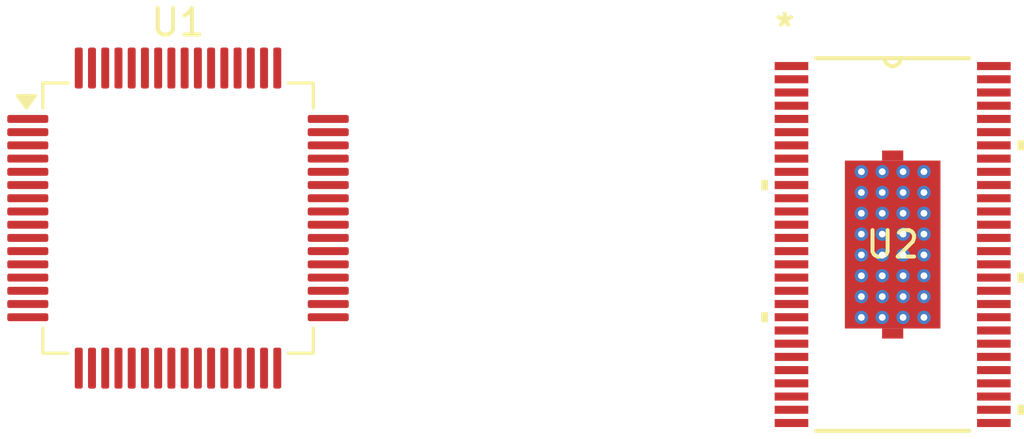
<source format=kicad_pcb>
(kicad_pcb (version 20240108) (generator "pcbnew") (generator_version "8.0")
  (layers (0 "F.Cu" signal) (31 "B.Cu" signal) (34 "B.Paste" user) (35 "F.Paste" user) (36 "B.SilkS" user "B.Silkscreen") (37 "F.SilkS" user "F.Silkscreen") (38 "B.Mask" user) (39 "F.Mask" user) (44 "Edge.Cuts" user))
  (net 0 "")
  (net 4 "+3.3V")
  (net 9 "GND")
  (footprint "DRV8301DCA:DCA56_6P35X3P61" (layer "F.Cu") (at 162.3227 77.750014)
    (property "Reference" "U2" (at 0 0 0) (layer "F.SilkS"))
    (property "Value" "DRV8301DCA")
    (fp_poly (pts (xy -0.4 -3.175) (xy -0.4 -3.555) (xy 0.4 -3.555) (xy 0.4 -3.175)) (fill solid) (layer "F.Cu"))
    (fp_poly (pts (xy -0.4 3.175) (xy -0.4 3.555) (xy 0.4 3.555) (xy 0.4 3.175)) (fill solid) (layer "F.Cu"))
    (fp_line (start -2.888757 7.0485) (end 2.888757 7.0485) (stroke (width 0.1524)) (layer "F.SilkS"))
    (fp_line (start 2.888757 -7.0485) (end -2.888757 -7.0485) (stroke (width 0.1524)) (layer "F.SilkS"))
    (fp_arc (start 0.3048 -7.0485) (mid 0 -6.7437) (end -0.3048 -7.0485) (stroke (width 0.1524)) (layer "F.SilkS"))
    (fp_poly (pts (xy -4.9657 -2.440496) (xy -4.9657 -2.059495) (xy -4.7117 -2.059495) (xy -4.7117 -2.440496)) (fill solid) (layer "F.SilkS"))
    (fp_poly (pts (xy -4.9657 2.559494) (xy -4.9657 2.940494) (xy -4.7117 2.940494) (xy -4.7117 2.559494)) (fill solid) (layer "F.SilkS"))
    (fp_poly (pts (xy 4.9657 -3.940492) (xy 4.9657 -3.559492) (xy 4.7117 -3.559492) (xy 4.7117 -3.940492)) (fill solid) (layer "F.SilkS"))
    (fp_poly (pts (xy 4.9657 1.059498) (xy 4.9657 1.440498) (xy 4.7117 1.440498) (xy 4.7117 1.059498)) (fill solid) (layer "F.SilkS"))
    (fp_poly (pts (xy 4.9657 6.059487) (xy 4.9657 6.440488) (xy 4.7117 6.440488) (xy 4.7117 6.059487)) (fill solid) (layer "F.SilkS"))
    (fp_text user "*" (at -4.0767 -8.197786 0) (layer "F.SilkS"))
    (fp_text user "*" (at -4.0767 -8.197786 0) (layer "F.SilkS"))
    (pad "1" smd rect (at -3.8227 -6.749986) (size 1.27 0.3048) (layers "F.Cu" "F.Paste" "F.Mask"))
    (pad "2" smd rect (at -3.8227 -6.249988) (size 1.27 0.3048) (layers "F.Cu" "F.Paste" "F.Mask"))
    (pad "3" smd rect (at -3.8227 -5.749988) (size 1.27 0.3048) (layers "F.Cu" "F.Paste" "F.Mask"))
    (pad "4" smd rect (at -3.8227 -5.24999) (size 1.27 0.3048) (layers "F.Cu" "F.Paste" "F.Mask"))
    (pad "5" smd rect (at -3.8227 -4.74999) (size 1.27 0.3048) (layers "F.Cu" "F.Paste" "F.Mask"))
    (pad "6" smd rect (at -3.8227 -4.249991) (size 1.27 0.3048) (layers "F.Cu" "F.Paste" "F.Mask"))
    (pad "7" smd rect (at -3.8227 -3.749992) (size 1.27 0.3048) (layers "F.Cu" "F.Paste" "F.Mask"))
    (pad "8" smd rect (at -3.8227 -3.249994) (size 1.27 0.3048) (layers "F.Cu" "F.Paste" "F.Mask"))
    (pad "9" smd rect (at -3.8227 -2.749994) (size 1.27 0.3048) (layers "F.Cu" "F.Paste" "F.Mask"))
    (pad "10" smd rect (at -3.8227 -2.249996) (size 1.27 0.3048) (layers "F.Cu" "F.Paste" "F.Mask"))
    (pad "11" smd rect (at -3.8227 -1.749996) (size 1.27 0.3048) (layers "F.Cu" "F.Paste" "F.Mask"))
    (pad "12" smd rect (at -3.8227 -1.249997) (size 1.27 0.3048) (layers "F.Cu" "F.Paste" "F.Mask"))
    (pad "13" smd rect (at -3.8227 -0.749998) (size 1.27 0.3048) (layers "F.Cu" "F.Paste" "F.Mask"))
    (pad "14" smd rect (at -3.8227 -0.25) (size 1.27 0.3048) (layers "F.Cu" "F.Paste" "F.Mask"))
    (pad "15" smd rect (at -3.8227 0.25) (size 1.27 0.3048) (layers "F.Cu" "F.Paste" "F.Mask"))
    (pad "16" smd rect (at -3.8227 0.749998) (size 1.27 0.3048) (layers "F.Cu" "F.Paste" "F.Mask"))
    (pad "17" smd rect (at -3.8227 1.249997) (size 1.27 0.3048) (layers "F.Cu" "F.Paste" "F.Mask"))
    (pad "18" smd rect (at -3.8227 1.749996) (size 1.27 0.3048) (layers "F.Cu" "F.Paste" "F.Mask"))
    (pad "19" smd rect (at -3.8227 2.249996) (size 1.27 0.3048) (layers "F.Cu" "F.Paste" "F.Mask"))
    (pad "20" smd rect (at -3.8227 2.749994) (size 1.27 0.3048) (layers "F.Cu" "F.Paste" "F.Mask"))
    (pad "21" smd rect (at -3.8227 3.249994) (size 1.27 0.3048) (layers "F.Cu" "F.Paste" "F.Mask"))
    (pad "22" smd rect (at -3.8227 3.749992) (size 1.27 0.3048) (layers "F.Cu" "F.Paste" "F.Mask"))
    (pad "23" smd rect (at -3.8227 4.249991) (size 1.27 0.3048) (layers "F.Cu" "F.Paste" "F.Mask"))
    (pad "24" smd rect (at -3.8227 4.74999) (size 1.27 0.3048) (layers "F.Cu" "F.Paste" "F.Mask"))
    (pad "25" smd rect (at -3.8227 5.24999) (size 1.27 0.3048) (layers "F.Cu" "F.Paste" "F.Mask"))
    (pad "26" smd rect (at -3.8227 5.749988) (size 1.27 0.3048) (layers "F.Cu" "F.Paste" "F.Mask"))
    (pad "27" smd rect (at -3.8227 6.249988) (size 1.27 0.3048) (layers "F.Cu" "F.Paste" "F.Mask"))
    (pad "28" smd rect (at -3.8227 6.749986) (size 1.27 0.3048) (layers "F.Cu" "F.Paste" "F.Mask"))
    (pad "29" smd rect (at 3.8227 6.749986) (size 1.27 0.3048) (layers "F.Cu" "F.Paste" "F.Mask"))
    (pad "30" smd rect (at 3.8227 6.249988) (size 1.27 0.3048) (layers "F.Cu" "F.Paste" "F.Mask"))
    (pad "31" smd rect (at 3.8227 5.749988) (size 1.27 0.3048) (layers "F.Cu" "F.Paste" "F.Mask"))
    (pad "32" smd rect (at 3.8227 5.24999) (size 1.27 0.3048) (layers "F.Cu" "F.Paste" "F.Mask"))
    (pad "33" smd rect (at 3.8227 4.74999) (size 1.27 0.3048) (layers "F.Cu" "F.Paste" "F.Mask"))
    (pad "34" smd rect (at 3.8227 4.249991) (size 1.27 0.3048) (layers "F.Cu" "F.Paste" "F.Mask"))
    (pad "35" smd rect (at 3.8227 3.749992) (size 1.27 0.3048) (layers "F.Cu" "F.Paste" "F.Mask"))
    (pad "36" smd rect (at 3.8227 3.249994) (size 1.27 0.3048) (layers "F.Cu" "F.Paste" "F.Mask"))
    (pad "37" smd rect (at 3.8227 2.749994) (size 1.27 0.3048) (layers "F.Cu" "F.Paste" "F.Mask"))
    (pad "38" smd rect (at 3.8227 2.249996) (size 1.27 0.3048) (layers "F.Cu" "F.Paste" "F.Mask"))
    (pad "39" smd rect (at 3.8227 1.749996) (size 1.27 0.3048) (layers "F.Cu" "F.Paste" "F.Mask"))
    (pad "40" smd rect (at 3.8227 1.249997) (size 1.27 0.3048) (layers "F.Cu" "F.Paste" "F.Mask"))
    (pad "41" smd rect (at 3.8227 0.749998) (size 1.27 0.3048) (layers "F.Cu" "F.Paste" "F.Mask"))
    (pad "42" smd rect (at 3.8227 0.25) (size 1.27 0.3048) (layers "F.Cu" "F.Paste" "F.Mask"))
    (pad "43" smd rect (at 3.8227 -0.25) (size 1.27 0.3048) (layers "F.Cu" "F.Paste" "F.Mask"))
    (pad "44" smd rect (at 3.8227 -0.749998) (size 1.27 0.3048) (layers "F.Cu" "F.Paste" "F.Mask"))
    (pad "45" smd rect (at 3.8227 -1.249997) (size 1.27 0.3048) (layers "F.Cu" "F.Paste" "F.Mask"))
    (pad "46" smd rect (at 3.8227 -1.749996) (size 1.27 0.3048) (layers "F.Cu" "F.Paste" "F.Mask"))
    (pad "47" smd rect (at 3.8227 -2.249996) (size 1.27 0.3048) (layers "F.Cu" "F.Paste" "F.Mask"))
    (pad "48" smd rect (at 3.8227 -2.749994) (size 1.27 0.3048) (layers "F.Cu" "F.Paste" "F.Mask"))
    (pad "49" smd rect (at 3.8227 -3.249994) (size 1.27 0.3048) (layers "F.Cu" "F.Paste" "F.Mask"))
    (pad "50" smd rect (at 3.8227 -3.749992) (size 1.27 0.3048) (layers "F.Cu" "F.Paste" "F.Mask"))
    (pad "51" smd rect (at 3.8227 -4.249991) (size 1.27 0.3048) (layers "F.Cu" "F.Paste" "F.Mask"))
    (pad "52" smd rect (at 3.8227 -4.74999) (size 1.27 0.3048) (layers "F.Cu" "F.Paste" "F.Mask"))
    (pad "53" smd rect (at 3.8227 -5.24999) (size 1.27 0.3048) (layers "F.Cu" "F.Paste" "F.Mask"))
    (pad "54" smd rect (at 3.8227 -5.749988) (size 1.27 0.3048) (layers "F.Cu" "F.Paste" "F.Mask"))
    (pad "55" smd rect (at 3.8227 -6.249988) (size 1.27 0.3048) (layers "F.Cu" "F.Paste" "F.Mask"))
    (pad "56" smd rect (at 3.8227 -6.749986) (size 1.27 0.3048) (layers "F.Cu" "F.Paste" "F.Mask"))
    (pad "57" smd rect (at 0 0) (size 3.610001 6.35) (layers "F.Cu" "F.Paste"))
    (pad "V" thru_hole circle (at -1.1811 -2.7559) (size 0.508 0.508) (drill 0.254) (layers "*.Cu" "*.Mask"))
    (pad "V" thru_hole circle (at -1.1811 -1.9685) (size 0.508 0.508) (drill 0.254) (layers "*.Cu" "*.Mask"))
    (pad "V" thru_hole circle (at -1.1811 -1.1811) (size 0.508 0.508) (drill 0.254) (layers "*.Cu" "*.Mask"))
    (pad "V" thru_hole circle (at -1.1811 -0.3937) (size 0.508 0.508) (drill 0.254) (layers "*.Cu" "*.Mask"))
    (pad "V" thru_hole circle (at -1.1811 0.3937) (size 0.508 0.508) (drill 0.254) (layers "*.Cu" "*.Mask"))
    (pad "V" thru_hole circle (at -1.1811 1.1811) (size 0.508 0.508) (drill 0.254) (layers "*.Cu" "*.Mask"))
    (pad "V" thru_hole circle (at -1.1811 1.9685) (size 0.508 0.508) (drill 0.254) (layers "*.Cu" "*.Mask"))
    (pad "V" thru_hole circle (at -1.1811 2.7559) (size 0.508 0.508) (drill 0.254) (layers "*.Cu" "*.Mask"))
    (pad "V" thru_hole circle (at -0.3937 -2.7559) (size 0.508 0.508) (drill 0.254) (layers "*.Cu" "*.Mask"))
    (pad "V" thru_hole circle (at -0.3937 -1.9685) (size 0.508 0.508) (drill 0.254) (layers "*.Cu" "*.Mask"))
    (pad "V" thru_hole circle (at -0.3937 -1.1811) (size 0.508 0.508) (drill 0.254) (layers "*.Cu" "*.Mask"))
    (pad "V" thru_hole circle (at -0.3937 -0.3937) (size 0.508 0.508) (drill 0.254) (layers "*.Cu" "*.Mask"))
    (pad "V" thru_hole circle (at -0.3937 0.3937) (size 0.508 0.508) (drill 0.254) (layers "*.Cu" "*.Mask"))
    (pad "V" thru_hole circle (at -0.3937 1.1811) (size 0.508 0.508) (drill 0.254) (layers "*.Cu" "*.Mask"))
    (pad "V" thru_hole circle (at -0.3937 1.9685) (size 0.508 0.508) (drill 0.254) (layers "*.Cu" "*.Mask"))
    (pad "V" thru_hole circle (at -0.3937 2.7559) (size 0.508 0.508) (drill 0.254) (layers "*.Cu" "*.Mask"))
    (pad "V" thru_hole circle (at 0.3937 -2.7559) (size 0.508 0.508) (drill 0.254) (layers "*.Cu" "*.Mask"))
    (pad "V" thru_hole circle (at 0.3937 -1.9685) (size 0.508 0.508) (drill 0.254) (layers "*.Cu" "*.Mask"))
    (pad "V" thru_hole circle (at 0.3937 -1.1811) (size 0.508 0.508) (drill 0.254) (layers "*.Cu" "*.Mask"))
    (pad "V" thru_hole circle (at 0.3937 -0.3937) (size 0.508 0.508) (drill 0.254) (layers "*.Cu" "*.Mask"))
    (pad "V" thru_hole circle (at 0.3937 0.3937) (size 0.508 0.508) (drill 0.254) (layers "*.Cu" "*.Mask"))
    (pad "V" thru_hole circle (at 0.3937 1.1811) (size 0.508 0.508) (drill 0.254) (layers "*.Cu" "*.Mask"))
    (pad "V" thru_hole circle (at 0.3937 1.9685) (size 0.508 0.508) (drill 0.254) (layers "*.Cu" "*.Mask"))
    (pad "V" thru_hole circle (at 0.3937 2.7559) (size 0.508 0.508) (drill 0.254) (layers "*.Cu" "*.Mask"))
    (pad "V" thru_hole circle (at 1.1811 -2.7559) (size 0.508 0.508) (drill 0.254) (layers "*.Cu" "*.Mask"))
    (pad "V" thru_hole circle (at 1.1811 -1.9685) (size 0.508 0.508) (drill 0.254) (layers "*.Cu" "*.Mask"))
    (pad "V" thru_hole circle (at 1.1811 -1.1811) (size 0.508 0.508) (drill 0.254) (layers "*.Cu" "*.Mask"))
    (pad "V" thru_hole circle (at 1.1811 -0.3937) (size 0.508 0.508) (drill 0.254) (layers "*.Cu" "*.Mask"))
    (pad "V" thru_hole circle (at 1.1811 0.3937) (size 0.508 0.508) (drill 0.254) (layers "*.Cu" "*.Mask"))
    (pad "V" thru_hole circle (at 1.1811 1.1811) (size 0.508 0.508) (drill 0.254) (layers "*.Cu" "*.Mask"))
    (pad "V" thru_hole circle (at 1.1811 1.9685) (size 0.508 0.508) (drill 0.254) (layers "*.Cu" "*.Mask"))
    (pad "V" thru_hole circle (at 1.1811 2.7559) (size 0.508 0.508) (drill 0.254) (layers "*.Cu" "*.Mask"))
  )
  (footprint "Package_QFP:LQFP-64_10x10mm_P0.5mm" (layer "F.Cu") (at 135.325 76.75)
    (property "Reference" "U1" (at 0 -7.4 0) (layer "F.SilkS"))
    (property "Value" "STM32F401RETx")
    (fp_line (start -5.11 -5.11) (end -5.11 -4.16) (stroke (width 0.12)) (layer "F.SilkS"))
    (fp_line (start -5.11 5.11) (end -5.11 4.16) (stroke (width 0.12)) (layer "F.SilkS"))
    (fp_line (start -4.16 -5.11) (end -5.11 -5.11) (stroke (width 0.12)) (layer "F.SilkS"))
    (fp_line (start -4.16 5.11) (end -5.11 5.11) (stroke (width 0.12)) (layer "F.SilkS"))
    (fp_line (start 4.16 -5.11) (end 5.11 -5.11) (stroke (width 0.12)) (layer "F.SilkS"))
    (fp_line (start 4.16 5.11) (end 5.11 5.11) (stroke (width 0.12)) (layer "F.SilkS"))
    (fp_line (start 5.11 -5.11) (end 5.11 -4.16) (stroke (width 0.12)) (layer "F.SilkS"))
    (fp_line (start 5.11 5.11) (end 5.11 4.16) (stroke (width 0.12)) (layer "F.SilkS"))
    (fp_poly (pts (xy -5.725 -4.16) (xy -6.065 -4.63) (xy -5.385 -4.63) (xy -5.725 -4.16)) (stroke (width 0.12)) (fill solid) (layer "F.SilkS"))
    (pad "1" smd roundrect (at -5.675 -3.75) (size 1.55 0.3) (layers "F.Cu" "F.Paste" "F.Mask") (net 4 "+3.3V"))
    (pad "2" smd roundrect (at -5.675 -3.25) (size 1.55 0.3) (layers "F.Cu" "F.Paste" "F.Mask"))
    (pad "3" smd roundrect (at -5.675 -2.75) (size 1.55 0.3) (layers "F.Cu" "F.Paste" "F.Mask"))
    (pad "4" smd roundrect (at -5.675 -2.25) (size 1.55 0.3) (layers "F.Cu" "F.Paste" "F.Mask"))
    (pad "5" smd roundrect (at -5.675 -1.75) (size 1.55 0.3) (layers "F.Cu" "F.Paste" "F.Mask"))
    (pad "6" smd roundrect (at -5.675 -1.25) (size 1.55 0.3) (layers "F.Cu" "F.Paste" "F.Mask"))
    (pad "7" smd roundrect (at -5.675 -0.75) (size 1.55 0.3) (layers "F.Cu" "F.Paste" "F.Mask"))
    (pad "8" smd roundrect (at -5.675 -0.25) (size 1.55 0.3) (layers "F.Cu" "F.Paste" "F.Mask"))
    (pad "9" smd roundrect (at -5.675 0.25) (size 1.55 0.3) (layers "F.Cu" "F.Paste" "F.Mask"))
    (pad "10" smd roundrect (at -5.675 0.75) (size 1.55 0.3) (layers "F.Cu" "F.Paste" "F.Mask"))
    (pad "11" smd roundrect (at -5.675 1.25) (size 1.55 0.3) (layers "F.Cu" "F.Paste" "F.Mask"))
    (pad "12" smd roundrect (at -5.675 1.75) (size 1.55 0.3) (layers "F.Cu" "F.Paste" "F.Mask") (net 9 "GND"))
    (pad "13" smd roundrect (at -5.675 2.25) (size 1.55 0.3) (layers "F.Cu" "F.Paste" "F.Mask"))
    (pad "14" smd roundrect (at -5.675 2.75) (size 1.55 0.3) (layers "F.Cu" "F.Paste" "F.Mask"))
    (pad "15" smd roundrect (at -5.675 3.25) (size 1.55 0.3) (layers "F.Cu" "F.Paste" "F.Mask"))
    (pad "16" smd roundrect (at -5.675 3.75) (size 1.55 0.3) (layers "F.Cu" "F.Paste" "F.Mask"))
    (pad "17" smd roundrect (at -3.75 5.675) (size 0.3 1.55) (layers "F.Cu" "F.Paste" "F.Mask"))
    (pad "18" smd roundrect (at -3.25 5.675) (size 0.3 1.55) (layers "F.Cu" "F.Paste" "F.Mask") (net 9 "GND"))
    (pad "19" smd roundrect (at -2.75 5.675) (size 0.3 1.55) (layers "F.Cu" "F.Paste" "F.Mask") (net 4 "+3.3V"))
    (pad "20" smd roundrect (at -2.25 5.675) (size 0.3 1.55) (layers "F.Cu" "F.Paste" "F.Mask"))
    (pad "21" smd roundrect (at -1.75 5.675) (size 0.3 1.55) (layers "F.Cu" "F.Paste" "F.Mask"))
    (pad "22" smd roundrect (at -1.25 5.675) (size 0.3 1.55) (layers "F.Cu" "F.Paste" "F.Mask"))
    (pad "23" smd roundrect (at -0.75 5.675) (size 0.3 1.55) (layers "F.Cu" "F.Paste" "F.Mask"))
    (pad "24" smd roundrect (at -0.25 5.675) (size 0.3 1.55) (layers "F.Cu" "F.Paste" "F.Mask"))
    (pad "25" smd roundrect (at 0.25 5.675) (size 0.3 1.55) (layers "F.Cu" "F.Paste" "F.Mask"))
    (pad "26" smd roundrect (at 0.75 5.675) (size 0.3 1.55) (layers "F.Cu" "F.Paste" "F.Mask"))
    (pad "27" smd roundrect (at 1.25 5.675) (size 0.3 1.55) (layers "F.Cu" "F.Paste" "F.Mask"))
    (pad "28" smd roundrect (at 1.75 5.675) (size 0.3 1.55) (layers "F.Cu" "F.Paste" "F.Mask"))
    (pad "29" smd roundrect (at 2.25 5.675) (size 0.3 1.55) (layers "F.Cu" "F.Paste" "F.Mask"))
    (pad "30" smd roundrect (at 2.75 5.675) (size 0.3 1.55) (layers "F.Cu" "F.Paste" "F.Mask"))
    (pad "31" smd roundrect (at 3.25 5.675) (size 0.3 1.55) (layers "F.Cu" "F.Paste" "F.Mask") (net 9 "GND"))
    (pad "32" smd roundrect (at 3.75 5.675) (size 0.3 1.55) (layers "F.Cu" "F.Paste" "F.Mask") (net 4 "+3.3V"))
    (pad "33" smd roundrect (at 5.675 3.75) (size 1.55 0.3) (layers "F.Cu" "F.Paste" "F.Mask"))
    (pad "34" smd roundrect (at 5.675 3.25) (size 1.55 0.3) (layers "F.Cu" "F.Paste" "F.Mask"))
    (pad "35" smd roundrect (at 5.675 2.75) (size 1.55 0.3) (layers "F.Cu" "F.Paste" "F.Mask"))
    (pad "36" smd roundrect (at 5.675 2.25) (size 1.55 0.3) (layers "F.Cu" "F.Paste" "F.Mask"))
    (pad "37" smd roundrect (at 5.675 1.75) (size 1.55 0.3) (layers "F.Cu" "F.Paste" "F.Mask"))
    (pad "38" smd roundrect (at 5.675 1.25) (size 1.55 0.3) (layers "F.Cu" "F.Paste" "F.Mask"))
    (pad "39" smd roundrect (at 5.675 0.75) (size 1.55 0.3) (layers "F.Cu" "F.Paste" "F.Mask"))
    (pad "40" smd roundrect (at 5.675 0.25) (size 1.55 0.3) (layers "F.Cu" "F.Paste" "F.Mask"))
    (pad "41" smd roundrect (at 5.675 -0.25) (size 1.55 0.3) (layers "F.Cu" "F.Paste" "F.Mask"))
    (pad "42" smd roundrect (at 5.675 -0.75) (size 1.55 0.3) (layers "F.Cu" "F.Paste" "F.Mask"))
    (pad "43" smd roundrect (at 5.675 -1.25) (size 1.55 0.3) (layers "F.Cu" "F.Paste" "F.Mask"))
    (pad "44" smd roundrect (at 5.675 -1.75) (size 1.55 0.3) (layers "F.Cu" "F.Paste" "F.Mask"))
    (pad "45" smd roundrect (at 5.675 -2.25) (size 1.55 0.3) (layers "F.Cu" "F.Paste" "F.Mask"))
    (pad "46" smd roundrect (at 5.675 -2.75) (size 1.55 0.3) (layers "F.Cu" "F.Paste" "F.Mask"))
    (pad "47" smd roundrect (at 5.675 -3.25) (size 1.55 0.3) (layers "F.Cu" "F.Paste" "F.Mask") (net 9 "GND"))
    (pad "48" smd roundrect (at 5.675 -3.75) (size 1.55 0.3) (layers "F.Cu" "F.Paste" "F.Mask") (net 4 "+3.3V"))
    (pad "49" smd roundrect (at 3.75 -5.675) (size 0.3 1.55) (layers "F.Cu" "F.Paste" "F.Mask"))
    (pad "50" smd roundrect (at 3.25 -5.675) (size 0.3 1.55) (layers "F.Cu" "F.Paste" "F.Mask"))
    (pad "51" smd roundrect (at 2.75 -5.675) (size 0.3 1.55) (layers "F.Cu" "F.Paste" "F.Mask"))
    (pad "52" smd roundrect (at 2.25 -5.675) (size 0.3 1.55) (layers "F.Cu" "F.Paste" "F.Mask"))
    (pad "53" smd roundrect (at 1.75 -5.675) (size 0.3 1.55) (layers "F.Cu" "F.Paste" "F.Mask"))
    (pad "54" smd roundrect (at 1.25 -5.675) (size 0.3 1.55) (layers "F.Cu" "F.Paste" "F.Mask"))
    (pad "55" smd roundrect (at 0.75 -5.675) (size 0.3 1.55) (layers "F.Cu" "F.Paste" "F.Mask"))
    (pad "56" smd roundrect (at 0.25 -5.675) (size 0.3 1.55) (layers "F.Cu" "F.Paste" "F.Mask"))
    (pad "57" smd roundrect (at -0.25 -5.675) (size 0.3 1.55) (layers "F.Cu" "F.Paste" "F.Mask"))
    (pad "58" smd roundrect (at -0.75 -5.675) (size 0.3 1.55) (layers "F.Cu" "F.Paste" "F.Mask"))
    (pad "59" smd roundrect (at -1.25 -5.675) (size 0.3 1.55) (layers "F.Cu" "F.Paste" "F.Mask"))
    (pad "60" smd roundrect (at -1.75 -5.675) (size 0.3 1.55) (layers "F.Cu" "F.Paste" "F.Mask"))
    (pad "61" smd roundrect (at -2.25 -5.675) (size 0.3 1.55) (layers "F.Cu" "F.Paste" "F.Mask"))
    (pad "62" smd roundrect (at -2.75 -5.675) (size 0.3 1.55) (layers "F.Cu" "F.Paste" "F.Mask"))
    (pad "63" smd roundrect (at -3.25 -5.675) (size 0.3 1.55) (layers "F.Cu" "F.Paste" "F.Mask") (net 9 "GND"))
    (pad "64" smd roundrect (at -3.75 -5.675) (size 0.3 1.55) (layers "F.Cu" "F.Paste" "F.Mask") (net 4 "+3.3V"))
  )
)
</source>
